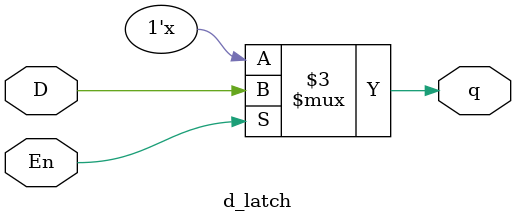
<source format=v>
module d_latch(input D,input En,output reg q);
  always @(D or En)begin
    if(En)
      q=D;
  end
endmodule

</source>
